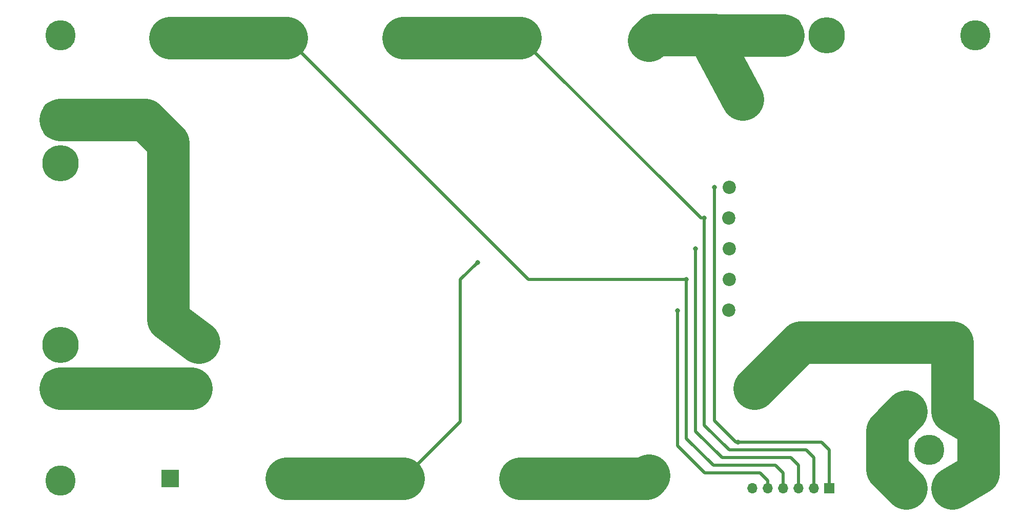
<source format=gbr>
%TF.GenerationSoftware,KiCad,Pcbnew,5.1.10-88a1d61d58~88~ubuntu20.04.1*%
%TF.CreationDate,2021-06-16T13:20:15-04:00*%
%TF.ProjectId,Li-Ion-BatteryPack,4c692d49-6f6e-42d4-9261-747465727950,rev?*%
%TF.SameCoordinates,Original*%
%TF.FileFunction,Copper,L1,Top*%
%TF.FilePolarity,Positive*%
%FSLAX46Y46*%
G04 Gerber Fmt 4.6, Leading zero omitted, Abs format (unit mm)*
G04 Created by KiCad (PCBNEW 5.1.10-88a1d61d58~88~ubuntu20.04.1) date 2021-06-16 13:20:15*
%MOMM*%
%LPD*%
G01*
G04 APERTURE LIST*
%TA.AperFunction,ComponentPad*%
%ADD10C,3.000000*%
%TD*%
%TA.AperFunction,ComponentPad*%
%ADD11R,3.000000X3.000000*%
%TD*%
%TA.AperFunction,ComponentPad*%
%ADD12O,1.700000X1.700000*%
%TD*%
%TA.AperFunction,ComponentPad*%
%ADD13R,1.700000X1.700000*%
%TD*%
%TA.AperFunction,ComponentPad*%
%ADD14C,6.000000*%
%TD*%
%TA.AperFunction,ComponentPad*%
%ADD15C,5.000000*%
%TD*%
%TA.AperFunction,ComponentPad*%
%ADD16C,3.500000*%
%TD*%
%TA.AperFunction,ComponentPad*%
%ADD17R,3.500000X3.500000*%
%TD*%
%TA.AperFunction,ComponentPad*%
%ADD18C,2.200000*%
%TD*%
%TA.AperFunction,ViaPad*%
%ADD19C,5.000000*%
%TD*%
%TA.AperFunction,ViaPad*%
%ADD20C,0.800000*%
%TD*%
%TA.AperFunction,Conductor*%
%ADD21C,0.500000*%
%TD*%
%TA.AperFunction,Conductor*%
%ADD22C,7.000000*%
%TD*%
%TA.AperFunction,Conductor*%
%ADD23C,0.250000*%
%TD*%
%TA.AperFunction,Conductor*%
%ADD24C,5.000000*%
%TD*%
G04 APERTURE END LIST*
D10*
%TO.P,BT1,4*%
%TO.N,Net-(BT1-Pad4)*%
X145790000Y-129160000D03*
D11*
%TO.P,BT1,4+*%
%TO.N,Net-(BT1-Pad3)*%
X145790000Y-56260000D03*
D10*
%TO.P,BT1,3*%
X126490000Y-56260000D03*
D11*
%TO.P,BT1,3+*%
%TO.N,Net-(BT1-Pad2)*%
X126490000Y-129160000D03*
D10*
%TO.P,BT1,2*%
X107190000Y-129160000D03*
D11*
%TO.P,BT1,2+*%
%TO.N,Net-(BT1-Pad1)*%
X107190000Y-56260000D03*
D10*
%TO.P,BT1,1*%
X87890000Y-56260000D03*
D11*
%TO.P,BT1,1+*%
%TO.N,Net-(BT1-Pad1+)*%
X87890000Y-129160000D03*
%TD*%
D12*
%TO.P,J4,6*%
%TO.N,Net-(J4-Pad6)*%
X184150000Y-130810000D03*
%TO.P,J4,5*%
%TO.N,Net-(BT1-Pad1+)*%
X186690000Y-130810000D03*
%TO.P,J4,4*%
%TO.N,Net-(BT1-Pad1)*%
X189230000Y-130810000D03*
%TO.P,J4,3*%
%TO.N,Net-(BT1-Pad2)*%
X191770000Y-130810000D03*
%TO.P,J4,2*%
%TO.N,Net-(BT1-Pad3)*%
X194310000Y-130810000D03*
D13*
%TO.P,J4,1*%
%TO.N,Net-(BT1-Pad4)*%
X196850000Y-130810000D03*
%TD*%
%TO.P,J3,1*%
%TO.N,Net-(BT2-Pad2)*%
%TA.AperFunction,ComponentPad*%
G36*
G01*
X186230000Y-57380000D02*
X186230000Y-54380000D01*
G75*
G02*
X187730000Y-52880000I1500000J0D01*
G01*
X190730000Y-52880000D01*
G75*
G02*
X192230000Y-54380000I0J-1500000D01*
G01*
X192230000Y-57380000D01*
G75*
G02*
X190730000Y-58880000I-1500000J0D01*
G01*
X187730000Y-58880000D01*
G75*
G02*
X186230000Y-57380000I0J1500000D01*
G01*
G37*
%TD.AperFunction*%
D14*
%TO.P,J3,2*%
%TO.N,Net-(BT1-Pad1+)*%
X196430000Y-55880000D03*
%TD*%
D15*
%TO.P,TP6,1*%
%TO.N,Net-(BT2-Pad2)*%
X182524400Y-66395600D03*
%TD*%
D16*
%TO.P,BT2,2*%
%TO.N,Net-(BT2-Pad2)*%
X167030400Y-56676400D03*
D17*
%TO.P,BT2,1*%
%TO.N,Net-(BT1-Pad4)*%
X167030400Y-128676400D03*
%TD*%
%TO.P,J1,1*%
%TO.N,Net-(J1-Pad1)*%
%TA.AperFunction,ComponentPad*%
G36*
G01*
X71350000Y-117300000D02*
X68350000Y-117300000D01*
G75*
G02*
X66850000Y-115800000I0J1500000D01*
G01*
X66850000Y-112800000D01*
G75*
G02*
X68350000Y-111300000I1500000J0D01*
G01*
X71350000Y-111300000D01*
G75*
G02*
X72850000Y-112800000I0J-1500000D01*
G01*
X72850000Y-115800000D01*
G75*
G02*
X71350000Y-117300000I-1500000J0D01*
G01*
G37*
%TD.AperFunction*%
D14*
%TO.P,J1,2*%
%TO.N,Net-(BT1-Pad1+)*%
X69850000Y-107100000D03*
%TD*%
%TO.P,J2,1*%
%TO.N,Net-(J2-Pad1)*%
%TA.AperFunction,ComponentPad*%
G36*
G01*
X68350000Y-66850000D02*
X71350000Y-66850000D01*
G75*
G02*
X72850000Y-68350000I0J-1500000D01*
G01*
X72850000Y-71350000D01*
G75*
G02*
X71350000Y-72850000I-1500000J0D01*
G01*
X68350000Y-72850000D01*
G75*
G02*
X66850000Y-71350000I0J1500000D01*
G01*
X66850000Y-68350000D01*
G75*
G02*
X68350000Y-66850000I1500000J0D01*
G01*
G37*
%TD.AperFunction*%
%TO.P,J2,2*%
%TO.N,Net-(BT1-Pad1+)*%
X69850000Y-77050000D03*
%TD*%
D18*
%TO.P,TP4,1*%
%TO.N,Net-(BT1-Pad1)*%
X180340000Y-96215200D03*
%TD*%
%TO.P,TP3,1*%
%TO.N,Net-(BT1-Pad2)*%
X180289200Y-91135200D03*
%TD*%
%TO.P,TP2,1*%
%TO.N,Net-(BT1-Pad3)*%
X180238400Y-86106000D03*
%TD*%
%TO.P,TP1,1*%
%TO.N,Net-(BT1-Pad4)*%
X180289200Y-81026000D03*
%TD*%
D15*
%TO.P,TP7,1*%
%TO.N,Net-(J1-Pad1)*%
X217170000Y-118110000D03*
%TD*%
%TO.P,TP8,1*%
%TO.N,Net-(TP11-Pad1)*%
X209550000Y-118110000D03*
%TD*%
%TO.P,TP9,1*%
%TO.N,Net-(J1-Pad1)*%
X217170000Y-130810000D03*
%TD*%
%TO.P,TP10,1*%
%TO.N,Net-(J2-Pad1)*%
X213360000Y-124460000D03*
%TD*%
%TO.P,TP11,1*%
%TO.N,Net-(TP11-Pad1)*%
X209550000Y-130810000D03*
%TD*%
D18*
%TO.P,TP5,1*%
%TO.N,Net-(BT1-Pad1+)*%
X180238400Y-101346000D03*
%TD*%
D19*
%TO.N,*%
X69850000Y-55880000D03*
X69850000Y-129540000D03*
X220980000Y-55880000D03*
D20*
%TO.N,Net-(BT1-Pad1+)*%
X171754800Y-101396800D03*
%TO.N,Net-(BT1-Pad1)*%
X173228000Y-96215200D03*
%TO.N,Net-(BT1-Pad2)*%
X138734800Y-93421200D03*
X174752000Y-91135200D03*
%TO.N,Net-(BT1-Pad3)*%
X176160590Y-86106000D03*
%TO.N,Net-(BT1-Pad4)*%
X177850800Y-81026000D03*
X181762400Y-123190000D03*
D19*
%TO.N,Net-(J1-Pad1)*%
X91440000Y-114300000D03*
X184435010Y-114300000D03*
%TO.N,Net-(J2-Pad1)*%
X92710000Y-106680000D03*
%TD*%
D21*
%TO.N,Net-(BT1-Pad1+)*%
X185420000Y-128270000D02*
X186690000Y-129540000D01*
X186690000Y-129540000D02*
X186690000Y-130810000D01*
X176276000Y-128270000D02*
X185420000Y-128270000D01*
X171754800Y-123748800D02*
X176276000Y-128270000D01*
X171754800Y-101396800D02*
X171754800Y-123748800D01*
D22*
%TO.N,Net-(BT1-Pad1)*%
X87890000Y-56260000D02*
X107190000Y-56260000D01*
D21*
X147145200Y-96215200D02*
X173228000Y-96215200D01*
X107190000Y-56260000D02*
X147145200Y-96215200D01*
X189230000Y-128270000D02*
X189230000Y-130810000D01*
X187960000Y-127000000D02*
X189230000Y-128270000D01*
X177698400Y-127000000D02*
X187960000Y-127000000D01*
X173228000Y-122529600D02*
X177698400Y-127000000D01*
X173228000Y-96215200D02*
X173228000Y-122529600D01*
D22*
%TO.N,Net-(BT1-Pad2)*%
X107190000Y-129160000D02*
X126490000Y-129160000D01*
D21*
X191770000Y-127000000D02*
X191770000Y-130810000D01*
X190500000Y-125730000D02*
X191770000Y-127000000D01*
X179095400Y-125730000D02*
X190500000Y-125730000D01*
X174752000Y-121386600D02*
X179095400Y-125730000D01*
X174752000Y-91135200D02*
X174752000Y-121386600D01*
X135890000Y-119760000D02*
X126490000Y-129160000D01*
X135890000Y-96266000D02*
X135890000Y-119760000D01*
X138734800Y-93421200D02*
X135890000Y-96266000D01*
D22*
%TO.N,Net-(BT1-Pad3)*%
X145790000Y-56260000D02*
X126490000Y-56260000D01*
D21*
X145790000Y-56260000D02*
X175636000Y-86106000D01*
D23*
X175636000Y-86106000D02*
X176160590Y-86106000D01*
D21*
X176160590Y-120331390D02*
X176160590Y-86106000D01*
X180289200Y-124460000D02*
X176160590Y-120331390D01*
X193040000Y-124460000D02*
X180289200Y-124460000D01*
X194310000Y-125730000D02*
X193040000Y-124460000D01*
X194310000Y-130810000D02*
X194310000Y-125730000D01*
D23*
%TO.N,Net-(BT1-Pad4)*%
X167430000Y-129160000D02*
X167970000Y-128620000D01*
X185420000Y-123190000D02*
X185420000Y-123190000D01*
D21*
X177850800Y-119634000D02*
X181406800Y-123190000D01*
X177850800Y-81026000D02*
X177850800Y-119634000D01*
D22*
X166546800Y-129160000D02*
X167030400Y-128676400D01*
X145790000Y-129160000D02*
X166546800Y-129160000D01*
D21*
X196850000Y-124460000D02*
X196850000Y-130810000D01*
X195580000Y-123190000D02*
X196850000Y-124460000D01*
X181762400Y-123190000D02*
X195580000Y-123190000D01*
D24*
%TO.N,Net-(BT2-Pad2)*%
X178010000Y-55880000D02*
X177270000Y-56620000D01*
D22*
X189230000Y-55880000D02*
X178010000Y-55880000D01*
X177270000Y-56620000D02*
X182524400Y-66395600D01*
X177857600Y-55727600D02*
X178010000Y-55880000D01*
X167979200Y-55727600D02*
X177857600Y-55727600D01*
X167030400Y-56676400D02*
X167979200Y-55727600D01*
%TO.N,Net-(J1-Pad1)*%
X69850000Y-114300000D02*
X91440000Y-114300000D01*
X217170000Y-106680000D02*
X217170000Y-118110000D01*
X192055010Y-106680000D02*
X184435010Y-114300000D01*
X217170000Y-106680000D02*
X192055010Y-106680000D01*
X221437200Y-128270000D02*
X217170000Y-130810000D01*
X221437200Y-120650000D02*
X221437200Y-128270000D01*
X217170000Y-118110000D02*
X221437200Y-120650000D01*
%TO.N,Net-(J2-Pad1)*%
X87630000Y-102870000D02*
X92710000Y-106680000D01*
X87630000Y-73660000D02*
X87630000Y-102870000D01*
X83820000Y-69850000D02*
X87630000Y-73660000D01*
X69850000Y-69850000D02*
X83820000Y-69850000D01*
%TO.N,Net-(TP11-Pad1)*%
X206349600Y-127609600D02*
X209550000Y-130810000D01*
X206349600Y-121310400D02*
X206349600Y-127609600D01*
X209550000Y-118110000D02*
X206349600Y-121310400D01*
%TD*%
M02*

</source>
